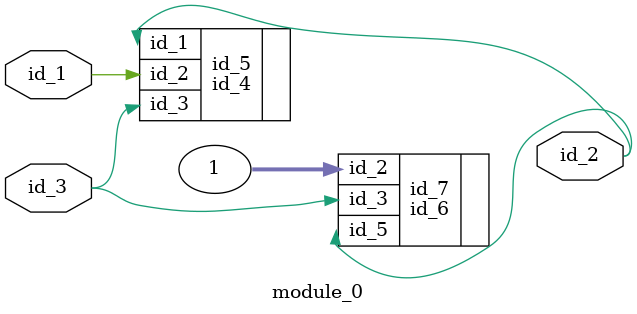
<source format=v>
`timescale 1 ps / 1 ps
module module_0 (
    id_1,
    id_2,
    id_3
);
  input id_3;
  output id_2;
  input id_1;
  id_4 id_5 (
      .id_1(id_3),
      .id_1(id_2),
      .id_3(id_3),
      .id_2(id_1),
      .id_2(id_1)
  );
  id_6 id_7 (
      .id_2(1),
      .id_5(id_5),
      .id_3(id_5),
      .id_5(id_2),
      .id_3(id_1),
      .id_3(id_3)
  );
  id_8 id_9 (
      .id_7(1),
      .id_7(id_7),
      .id_1(id_10),
      .id_2(1)
  );
endmodule

</source>
